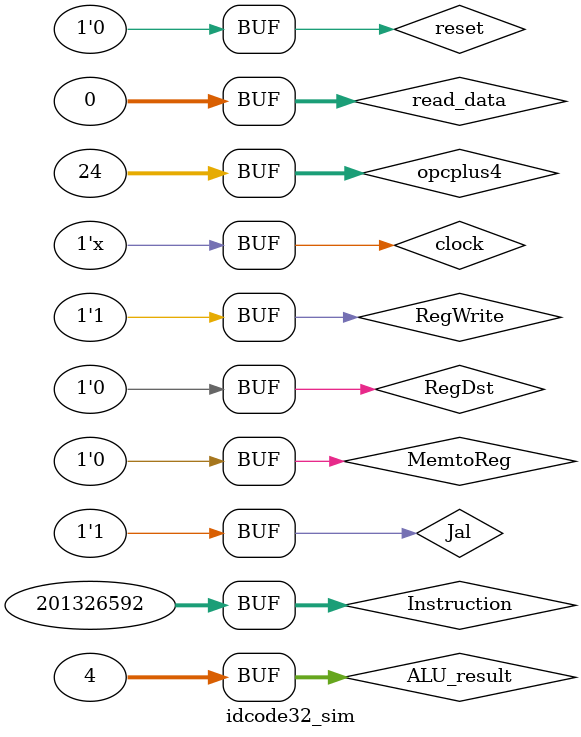
<source format=v>
`timescale 1ns / 1ps


module idcode32_sim(
    );
    // input 
    reg[31:0]  Instruction = 32'b000000_00010_00011_00111_00000_100000; //add $7,$2,$3
    reg[31:0]  read_data = 32'h00000000;                    //  ??DATA RAM or I/O port?????????
    reg[31:0]  ALU_result = 32'h00000005;                   //  ??????????????32¦Ë
    reg        Jal = 1'b0; 
    reg        RegWrite = 1'b1;
    reg        MemtoReg = 1'b0;
    reg        RegDst = 1'b1;
    reg         clock = 1'b0 ,reset = 1'b1;
    reg[31:0]  opcplus4 = 32'h00000004;                 // ???????????JAL????
    // output
    wire[31:0] read_data_1;
    wire[31:0] read_data_2;
    wire[31:0] Sign_extend;
    
    Idecode32 Uid(.read_data_1(read_data_1),.read_data_2(read_data_2),.Instruction(Instruction),
                    .read_data(read_data),.ALU_result(ALU_result),.Jal(Jal),.RegWrite(RegWrite),
                    .MemtoReg(MemtoReg),.RegDst(RegDst),.Sign_extend(Sign_extend),.clock(clock),
                    .reset(reset),.opcplus4(opcplus4)
                     );

    initial begin
        #200   reset = 1'b0;
        #200   begin Instruction = 32'b001000_00111_00011_1000000000110111;  //addi $3,$7,0X8037
                    read_data = 32'h00000000; 
                    ALU_result = 32'hFFFF803C;
                    Jal = 1'b0;
                    RegWrite = 1'b1;
                    MemtoReg = 1'b0;
                    RegDst = 1'b0;
                    opcplus4 = 32'h00000008; 
               end
        #200   begin Instruction = 32'b001100_00010_00100_1000000010010111;  //andi $4,$2,0X8097
                           read_data = 32'h00000000; 
                           ALU_result = 32'h00000002;
                           Jal = 1'b0;
                           RegWrite = 1'b1;
                           MemtoReg = 1'b0;
                           RegDst = 1'b0;
                           opcplus4 = 32'h0000000c; 
                end
        #200   begin Instruction = 32'b000000_00000_00001_00101_00010_000000;  //sll $5,$1,2
                                   read_data = 32'h00000000; 
                                   ALU_result = 32'h00000004;
                                   Jal = 1'b0;
                                   RegWrite = 1'b1;
                                   MemtoReg = 1'b0;
                                   RegDst = 1'b1;
                                   opcplus4 = 32'h00000010; 
               end
        #200   begin Instruction = 32'b100011_00000_00110_0000000100000000;  //LW $6,0(0X100)
                                          read_data = 32'h0000007B; 
                                          ALU_result = 32'h00000054;
                                          Jal = 1'b0;
                                          RegWrite = 1'b1;
                                          MemtoReg = 1'b1;
                                          RegDst = 1'b0;
                                          opcplus4 = 32'h00000014; 
               end
        #200   begin Instruction = 32'b000011_00000000000000000000000000;  //JAL 0000
                                          read_data = 32'h00000000; 
                                          ALU_result = 32'h00000004;
                                          Jal = 1'b1;
                                          RegWrite = 1'b1;
                                          MemtoReg = 1'b0;
                                          RegDst = 1'b0;
                                          opcplus4 = 32'h00000018; 
               end
    end 
    always #50 clock = ~clock;            
endmodule

</source>
